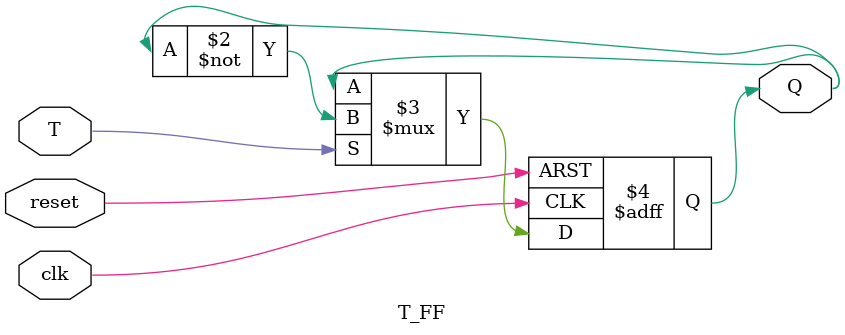
<source format=v>
module T_FF
(
	input T, clk, reset,
	output reg Q
);
	
	always @(posedge clk,posedge reset) begin
		if(reset)
			Q <= 1'b0;
		else
			Q <= T ? ~Q : Q ;
	end
endmodule

</source>
